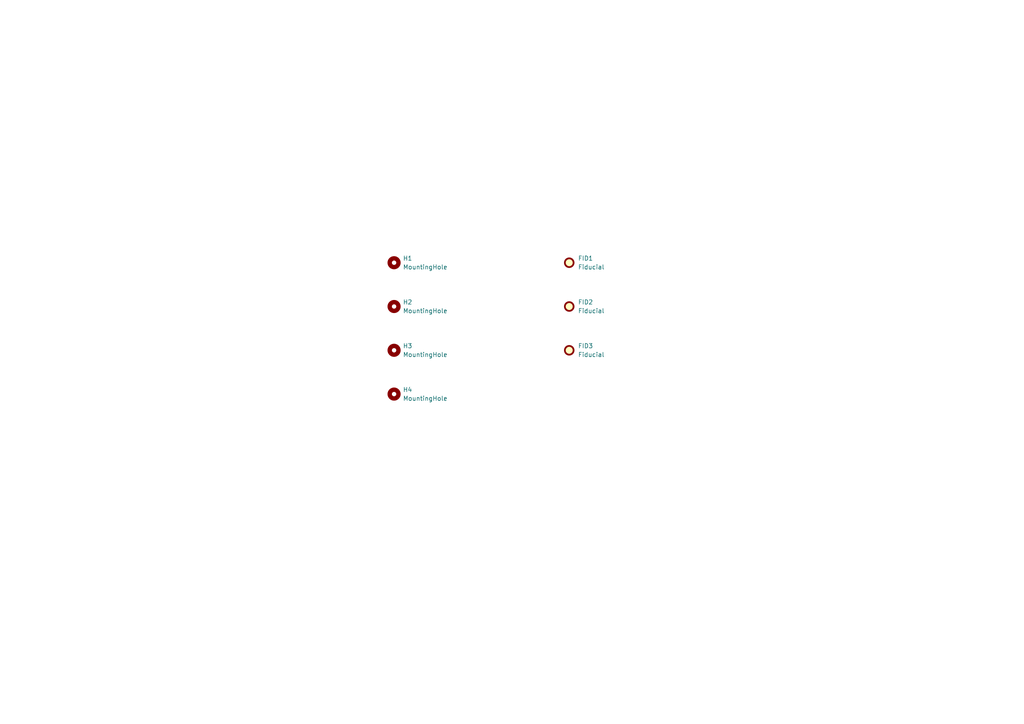
<source format=kicad_sch>
(kicad_sch (version 20231120) (generator "eeschema") (generator_version "8.0")
  (paper "A4")
  (title_block (title "STM32 EXPLORER BOARD PROTOTYPE") (date "2024-07-21") (rev "00") (company "Mechatronix Lab") (comment 1 "Eng. André A. M. Araújo"))
  (lib_symbols
    (symbol "Mechanical:Fiducial"
      (property "Reference" "FID" (at 0 5.08 0))
      (property "Value" "Fiducial" (at 0 3.175 0))
      (symbol "Fiducial_0_1"
        (circle (center 0 0) (radius 1.27) (stroke (width 0.508)) (fill (type background)))
      )
    )
    (symbol "Mechanical:MountingHole" (pin_names (offset 1.016))
      (property "Reference" "H" (at 0 5.08 0))
      (property "Value" "MountingHole" (at 0 3.175 0))
      (symbol "MountingHole_0_1"
        (circle (center 0 0) (radius 1.27) (stroke (width 1.27)))
      )
    )
  )
  (symbol (lib_id "Mechanical:Fiducial") (at 165.1 101.6 0) (unit 1)
    (property "Reference" "FID3" (at 167.64 100.3299 0) (effects (justify left)))
    (property "Value" "Fiducial" (at 167.64 102.8699 0) (effects (justify left)))
    (property "Footprint" "Fiducial:Fiducial_0.75mm_Mask1.5mm" (effects (hide yes)))
    (property "Description" "Fiducial Marker" (effects (hide yes)))
  )
  (symbol (lib_id "Mechanical:MountingHole") (at 114.3 76.2 0) (unit 1)
    (property "Reference" "H1" (at 116.84 74.9299 0) (effects (justify left)))
    (property "Value" "MountingHole" (at 116.84 77.4699 0) (effects (justify left)))
    (property "Footprint" "MountingHole:MountingHole_3.2mm_M3" (effects (hide yes)))
    (property "Description" "Mounting Hole without connection" (effects (hide yes)))
  )
  (symbol (lib_id "Mechanical:Fiducial") (at 165.1 76.2 0) (unit 1)
    (property "Reference" "FID1" (at 167.64 74.9299 0) (effects (justify left)))
    (property "Value" "Fiducial" (at 167.64 77.4699 0) (effects (justify left)))
    (property "Footprint" "Fiducial:Fiducial_0.75mm_Mask1.5mm" (effects (hide yes)))
    (property "Description" "Fiducial Marker" (effects (hide yes)))
  )
  (symbol (lib_id "Mechanical:Fiducial") (at 165.1 88.9 0) (unit 1)
    (property "Reference" "FID2" (at 167.64 87.6299 0) (effects (justify left)))
    (property "Value" "Fiducial" (at 167.64 90.1699 0) (effects (justify left)))
    (property "Footprint" "Fiducial:Fiducial_0.75mm_Mask1.5mm" (effects (hide yes)))
    (property "Description" "Fiducial Marker" (effects (hide yes)))
  )
  (symbol (lib_id "Mechanical:MountingHole") (at 114.3 88.9 0) (unit 1)
    (property "Reference" "H2" (at 116.84 87.6299 0) (effects (justify left)))
    (property "Value" "MountingHole" (at 116.84 90.1699 0) (effects (justify left)))
    (property "Footprint" "MountingHole:MountingHole_3.2mm_M3" (effects (hide yes)))
    (property "Description" "Mounting Hole without connection" (effects (hide yes)))
  )
  (symbol (lib_id "Mechanical:MountingHole") (at 114.3 114.3 0) (unit 1)
    (property "Reference" "H4" (at 116.84 113.0299 0) (effects (justify left)))
    (property "Value" "MountingHole" (at 116.84 115.5699 0) (effects (justify left)))
    (property "Footprint" "MountingHole:MountingHole_3.2mm_M3" (effects (hide yes)))
    (property "Description" "Mounting Hole without connection" (effects (hide yes)))
  )
  (symbol (lib_id "Mechanical:MountingHole") (at 114.3 101.6 0) (unit 1)
    (property "Reference" "H3" (at 116.84 100.3299 0) (effects (justify left)))
    (property "Value" "MountingHole" (at 116.84 102.8699 0) (effects (justify left)))
    (property "Footprint" "MountingHole:MountingHole_3.2mm_M3" (effects (hide yes)))
    (property "Description" "Mounting Hole without connection" (effects (hide yes)))
  )
)
</source>
